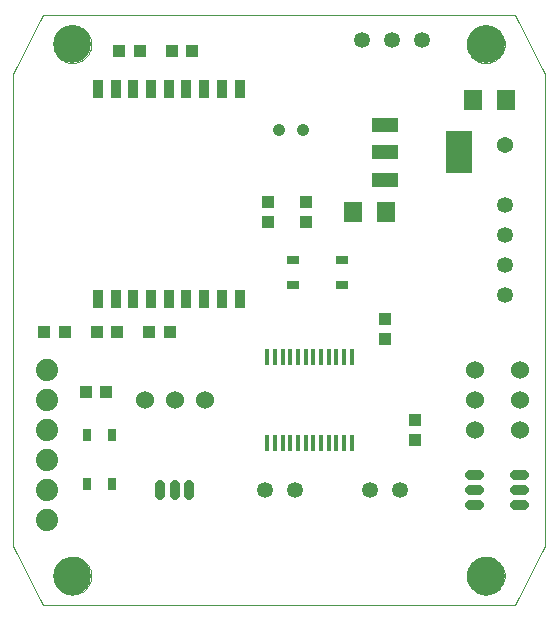
<source format=gts>
G75*
%MOIN*%
%OFA0B0*%
%FSLAX24Y24*%
%IPPOS*%
%LPD*%
%AMOC8*
5,1,8,0,0,1.08239X$1,22.5*
%
%ADD10C,0.0000*%
%ADD11C,0.1260*%
%ADD12R,0.0137X0.0550*%
%ADD13C,0.0540*%
%ADD14C,0.0531*%
%ADD15R,0.0880X0.0480*%
%ADD16R,0.0866X0.1417*%
%ADD17R,0.0630X0.0709*%
%ADD18R,0.0394X0.0433*%
%ADD19C,0.0600*%
%ADD20C,0.0317*%
%ADD21C,0.0413*%
%ADD22R,0.0433X0.0394*%
%ADD23C,0.0740*%
%ADD24R,0.0354X0.0585*%
%ADD25R,0.0256X0.0413*%
%ADD26R,0.0413X0.0256*%
D10*
X001699Y000307D02*
X000714Y002276D01*
X000714Y018024D01*
X001699Y019993D01*
X017447Y019993D01*
X018431Y018024D01*
X018431Y002276D01*
X017447Y000307D01*
X001699Y000307D01*
X002053Y001292D02*
X002055Y001342D01*
X002061Y001392D01*
X002071Y001441D01*
X002085Y001489D01*
X002102Y001536D01*
X002123Y001581D01*
X002148Y001625D01*
X002176Y001666D01*
X002208Y001705D01*
X002242Y001742D01*
X002279Y001776D01*
X002319Y001806D01*
X002361Y001833D01*
X002405Y001857D01*
X002451Y001878D01*
X002498Y001894D01*
X002546Y001907D01*
X002596Y001916D01*
X002645Y001921D01*
X002696Y001922D01*
X002746Y001919D01*
X002795Y001912D01*
X002844Y001901D01*
X002892Y001886D01*
X002938Y001868D01*
X002983Y001846D01*
X003026Y001820D01*
X003067Y001791D01*
X003106Y001759D01*
X003142Y001724D01*
X003174Y001686D01*
X003204Y001646D01*
X003231Y001603D01*
X003254Y001559D01*
X003273Y001513D01*
X003289Y001465D01*
X003301Y001416D01*
X003309Y001367D01*
X003313Y001317D01*
X003313Y001267D01*
X003309Y001217D01*
X003301Y001168D01*
X003289Y001119D01*
X003273Y001071D01*
X003254Y001025D01*
X003231Y000981D01*
X003204Y000938D01*
X003174Y000898D01*
X003142Y000860D01*
X003106Y000825D01*
X003067Y000793D01*
X003026Y000764D01*
X002983Y000738D01*
X002938Y000716D01*
X002892Y000698D01*
X002844Y000683D01*
X002795Y000672D01*
X002746Y000665D01*
X002696Y000662D01*
X002645Y000663D01*
X002596Y000668D01*
X002546Y000677D01*
X002498Y000690D01*
X002451Y000706D01*
X002405Y000727D01*
X002361Y000751D01*
X002319Y000778D01*
X002279Y000808D01*
X002242Y000842D01*
X002208Y000879D01*
X002176Y000918D01*
X002148Y000959D01*
X002123Y001003D01*
X002102Y001048D01*
X002085Y001095D01*
X002071Y001143D01*
X002061Y001192D01*
X002055Y001242D01*
X002053Y001292D01*
X015832Y001292D02*
X015834Y001342D01*
X015840Y001392D01*
X015850Y001441D01*
X015864Y001489D01*
X015881Y001536D01*
X015902Y001581D01*
X015927Y001625D01*
X015955Y001666D01*
X015987Y001705D01*
X016021Y001742D01*
X016058Y001776D01*
X016098Y001806D01*
X016140Y001833D01*
X016184Y001857D01*
X016230Y001878D01*
X016277Y001894D01*
X016325Y001907D01*
X016375Y001916D01*
X016424Y001921D01*
X016475Y001922D01*
X016525Y001919D01*
X016574Y001912D01*
X016623Y001901D01*
X016671Y001886D01*
X016717Y001868D01*
X016762Y001846D01*
X016805Y001820D01*
X016846Y001791D01*
X016885Y001759D01*
X016921Y001724D01*
X016953Y001686D01*
X016983Y001646D01*
X017010Y001603D01*
X017033Y001559D01*
X017052Y001513D01*
X017068Y001465D01*
X017080Y001416D01*
X017088Y001367D01*
X017092Y001317D01*
X017092Y001267D01*
X017088Y001217D01*
X017080Y001168D01*
X017068Y001119D01*
X017052Y001071D01*
X017033Y001025D01*
X017010Y000981D01*
X016983Y000938D01*
X016953Y000898D01*
X016921Y000860D01*
X016885Y000825D01*
X016846Y000793D01*
X016805Y000764D01*
X016762Y000738D01*
X016717Y000716D01*
X016671Y000698D01*
X016623Y000683D01*
X016574Y000672D01*
X016525Y000665D01*
X016475Y000662D01*
X016424Y000663D01*
X016375Y000668D01*
X016325Y000677D01*
X016277Y000690D01*
X016230Y000706D01*
X016184Y000727D01*
X016140Y000751D01*
X016098Y000778D01*
X016058Y000808D01*
X016021Y000842D01*
X015987Y000879D01*
X015955Y000918D01*
X015927Y000959D01*
X015902Y001003D01*
X015881Y001048D01*
X015864Y001095D01*
X015850Y001143D01*
X015840Y001192D01*
X015834Y001242D01*
X015832Y001292D01*
X015832Y019008D02*
X015834Y019058D01*
X015840Y019108D01*
X015850Y019157D01*
X015864Y019205D01*
X015881Y019252D01*
X015902Y019297D01*
X015927Y019341D01*
X015955Y019382D01*
X015987Y019421D01*
X016021Y019458D01*
X016058Y019492D01*
X016098Y019522D01*
X016140Y019549D01*
X016184Y019573D01*
X016230Y019594D01*
X016277Y019610D01*
X016325Y019623D01*
X016375Y019632D01*
X016424Y019637D01*
X016475Y019638D01*
X016525Y019635D01*
X016574Y019628D01*
X016623Y019617D01*
X016671Y019602D01*
X016717Y019584D01*
X016762Y019562D01*
X016805Y019536D01*
X016846Y019507D01*
X016885Y019475D01*
X016921Y019440D01*
X016953Y019402D01*
X016983Y019362D01*
X017010Y019319D01*
X017033Y019275D01*
X017052Y019229D01*
X017068Y019181D01*
X017080Y019132D01*
X017088Y019083D01*
X017092Y019033D01*
X017092Y018983D01*
X017088Y018933D01*
X017080Y018884D01*
X017068Y018835D01*
X017052Y018787D01*
X017033Y018741D01*
X017010Y018697D01*
X016983Y018654D01*
X016953Y018614D01*
X016921Y018576D01*
X016885Y018541D01*
X016846Y018509D01*
X016805Y018480D01*
X016762Y018454D01*
X016717Y018432D01*
X016671Y018414D01*
X016623Y018399D01*
X016574Y018388D01*
X016525Y018381D01*
X016475Y018378D01*
X016424Y018379D01*
X016375Y018384D01*
X016325Y018393D01*
X016277Y018406D01*
X016230Y018422D01*
X016184Y018443D01*
X016140Y018467D01*
X016098Y018494D01*
X016058Y018524D01*
X016021Y018558D01*
X015987Y018595D01*
X015955Y018634D01*
X015927Y018675D01*
X015902Y018719D01*
X015881Y018764D01*
X015864Y018811D01*
X015850Y018859D01*
X015840Y018908D01*
X015834Y018958D01*
X015832Y019008D01*
X002053Y019008D02*
X002055Y019058D01*
X002061Y019108D01*
X002071Y019157D01*
X002085Y019205D01*
X002102Y019252D01*
X002123Y019297D01*
X002148Y019341D01*
X002176Y019382D01*
X002208Y019421D01*
X002242Y019458D01*
X002279Y019492D01*
X002319Y019522D01*
X002361Y019549D01*
X002405Y019573D01*
X002451Y019594D01*
X002498Y019610D01*
X002546Y019623D01*
X002596Y019632D01*
X002645Y019637D01*
X002696Y019638D01*
X002746Y019635D01*
X002795Y019628D01*
X002844Y019617D01*
X002892Y019602D01*
X002938Y019584D01*
X002983Y019562D01*
X003026Y019536D01*
X003067Y019507D01*
X003106Y019475D01*
X003142Y019440D01*
X003174Y019402D01*
X003204Y019362D01*
X003231Y019319D01*
X003254Y019275D01*
X003273Y019229D01*
X003289Y019181D01*
X003301Y019132D01*
X003309Y019083D01*
X003313Y019033D01*
X003313Y018983D01*
X003309Y018933D01*
X003301Y018884D01*
X003289Y018835D01*
X003273Y018787D01*
X003254Y018741D01*
X003231Y018697D01*
X003204Y018654D01*
X003174Y018614D01*
X003142Y018576D01*
X003106Y018541D01*
X003067Y018509D01*
X003026Y018480D01*
X002983Y018454D01*
X002938Y018432D01*
X002892Y018414D01*
X002844Y018399D01*
X002795Y018388D01*
X002746Y018381D01*
X002696Y018378D01*
X002645Y018379D01*
X002596Y018384D01*
X002546Y018393D01*
X002498Y018406D01*
X002451Y018422D01*
X002405Y018443D01*
X002361Y018467D01*
X002319Y018494D01*
X002279Y018524D01*
X002242Y018558D01*
X002208Y018595D01*
X002176Y018634D01*
X002148Y018675D01*
X002123Y018719D01*
X002102Y018764D01*
X002085Y018811D01*
X002071Y018859D01*
X002061Y018908D01*
X002055Y018958D01*
X002053Y019008D01*
D11*
X002683Y019008D03*
X016462Y019008D03*
X016462Y001292D03*
X002683Y001292D03*
D12*
X009181Y005711D03*
X009437Y005711D03*
X009693Y005711D03*
X009949Y005711D03*
X010205Y005711D03*
X010460Y005711D03*
X010716Y005711D03*
X010972Y005711D03*
X011228Y005711D03*
X011484Y005711D03*
X011740Y005711D03*
X011996Y005711D03*
X011996Y008589D03*
X011740Y008589D03*
X011484Y008589D03*
X011228Y008589D03*
X010972Y008589D03*
X010716Y008589D03*
X010460Y008589D03*
X010205Y008589D03*
X009949Y008589D03*
X009693Y008589D03*
X009437Y008589D03*
X009181Y008589D03*
D13*
X017088Y015650D03*
D14*
X017088Y013650D03*
X017088Y012650D03*
X017088Y011650D03*
X017088Y010650D03*
X013588Y004150D03*
X012588Y004150D03*
X010088Y004150D03*
X009088Y004150D03*
X012338Y019150D03*
X013338Y019150D03*
X014338Y019150D03*
D15*
X013118Y016310D03*
X013118Y015400D03*
X013118Y014490D03*
D16*
X015559Y015400D03*
D17*
X016037Y017150D03*
X017140Y017150D03*
X013140Y013400D03*
X012037Y013400D03*
D18*
X010463Y013065D03*
X010463Y013735D03*
X009213Y013735D03*
X009213Y013065D03*
X013088Y009860D03*
X013088Y009190D03*
X014088Y006485D03*
X014088Y005815D03*
D19*
X016088Y006150D03*
X016088Y007150D03*
X016088Y008150D03*
X017588Y008150D03*
X017588Y007150D03*
X017588Y006150D03*
X007088Y007150D03*
X006088Y007150D03*
X005088Y007150D03*
D20*
X005588Y004308D02*
X005588Y003992D01*
X006088Y003992D02*
X006088Y004308D01*
X006581Y004308D02*
X006581Y003992D01*
X015930Y004150D02*
X016247Y004150D01*
X016247Y004642D02*
X015930Y004642D01*
X015930Y003650D02*
X016247Y003650D01*
X017430Y003650D02*
X017747Y003650D01*
X017747Y004150D02*
X017430Y004150D01*
X017430Y004642D02*
X017747Y004642D01*
D21*
X010357Y016150D03*
X009570Y016150D03*
D22*
X006673Y018775D03*
X006004Y018775D03*
X004923Y018775D03*
X004254Y018775D03*
X004173Y009400D03*
X003504Y009400D03*
X002423Y009400D03*
X001754Y009400D03*
X003129Y007400D03*
X003798Y007400D03*
X005254Y009400D03*
X005923Y009400D03*
D23*
X001838Y008150D03*
X001838Y007150D03*
X001838Y006150D03*
X001838Y005150D03*
X001838Y004150D03*
X001838Y003150D03*
D24*
X003534Y010524D03*
X004125Y010524D03*
X004715Y010524D03*
X005306Y010524D03*
X005897Y010524D03*
X006487Y010524D03*
X007078Y010524D03*
X007668Y010524D03*
X008259Y010524D03*
X008259Y017526D03*
X007668Y017526D03*
X007078Y017526D03*
X006487Y017526D03*
X005897Y017526D03*
X005306Y017526D03*
X004715Y017526D03*
X004125Y017526D03*
X003534Y017526D03*
D25*
X003165Y005967D03*
X004012Y005967D03*
X004012Y004333D03*
X003165Y004333D03*
D26*
X010022Y010977D03*
X010022Y011823D03*
X011655Y011823D03*
X011655Y010977D03*
M02*

</source>
